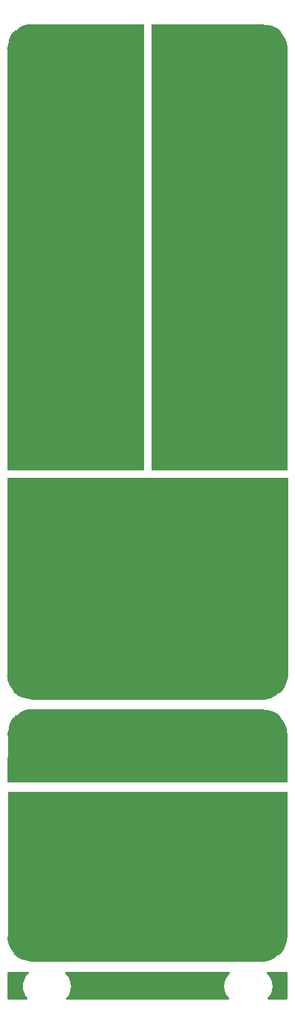
<source format=gbr>
G04 #@! TF.GenerationSoftware,KiCad,Pcbnew,(5.1.4)-1*
G04 #@! TF.CreationDate,2019-11-26T14:43:03+00:00*
G04 #@! TF.ProjectId,MidiMonger_panel,4d696469-4d6f-46e6-9765-725f70616e65,rev?*
G04 #@! TF.SameCoordinates,Original*
G04 #@! TF.FileFunction,Copper,L1,Top*
G04 #@! TF.FilePolarity,Positive*
%FSLAX46Y46*%
G04 Gerber Fmt 4.6, Leading zero omitted, Abs format (unit mm)*
G04 Created by KiCad (PCBNEW (5.1.4)-1) date 2019-11-26 14:43:03*
%MOMM*%
%LPD*%
G04 APERTURE LIST*
%ADD10C,5.000000*%
%ADD11C,0.100000*%
%ADD12C,0.254000*%
G04 APERTURE END LIST*
D10*
X131100000Y-117450000D02*
G75*
G03X131100000Y-117450000I-499859J0D01*
G01*
X101949859Y-117450141D02*
G75*
G03X101949859Y-117450141I-499859J0D01*
G01*
X101949718Y-38949859D02*
G75*
G03X101949718Y-38949859I-499859J0D01*
G01*
X131049859Y-38949859D02*
G75*
G03X131049859Y-38949859I-499859J0D01*
G01*
D11*
G36*
X130650000Y-153200000D02*
G01*
X101650000Y-153200000D01*
X101650000Y-144200000D01*
X130650000Y-144200000D01*
X130650000Y-153200000D01*
G37*
X130650000Y-153200000D02*
X101650000Y-153200000D01*
X101650000Y-144200000D01*
X130650000Y-144200000D01*
X130650000Y-153200000D01*
G36*
X133450000Y-150250000D02*
G01*
X98550000Y-150250000D01*
X98550000Y-132050000D01*
X133450000Y-132050000D01*
X133450000Y-150250000D01*
G37*
X133450000Y-150250000D02*
X98550000Y-150250000D01*
X98550000Y-132050000D01*
X133450000Y-132050000D01*
X133450000Y-150250000D01*
D10*
X101999718Y-150249859D02*
G75*
G03X101999718Y-150249859I-499859J0D01*
G01*
X130999859Y-150249859D02*
G75*
G03X130999859Y-150249859I-499859J0D01*
G01*
D11*
G36*
X133450000Y-130700000D02*
G01*
X98500000Y-130700000D01*
X98550000Y-124650000D01*
X133450000Y-124650000D01*
X133450000Y-130700000D01*
G37*
X133450000Y-130700000D02*
X98500000Y-130700000D01*
X98550000Y-124650000D01*
X133450000Y-124650000D01*
X133450000Y-130700000D01*
G36*
X130500000Y-130700000D02*
G01*
X101500000Y-130700000D01*
X101500000Y-121700000D01*
X130500000Y-121700000D01*
X130500000Y-130700000D01*
G37*
X130500000Y-130700000D02*
X101500000Y-130700000D01*
X101500000Y-121700000D01*
X130500000Y-121700000D01*
X130500000Y-130700000D01*
D10*
X130999859Y-124649859D02*
G75*
G03X130999859Y-124649859I-499859J0D01*
G01*
X101999718Y-124649859D02*
G75*
G03X101999718Y-124649859I-499859J0D01*
G01*
D11*
G36*
X133550000Y-117650000D02*
G01*
X98500000Y-117700000D01*
X98500000Y-92750000D01*
X133550000Y-92750000D01*
X133550000Y-117650000D01*
G37*
X133550000Y-117650000D02*
X98500000Y-117700000D01*
X98500000Y-92750000D01*
X133550000Y-92750000D01*
X133550000Y-117650000D01*
G36*
X130800000Y-106350000D02*
G01*
X130800000Y-120400000D01*
X101450000Y-120400000D01*
X101450000Y-106300000D01*
X130800000Y-106350000D01*
G37*
X130800000Y-106350000D02*
X130800000Y-120400000D01*
X101450000Y-120400000D01*
X101450000Y-106300000D01*
X130800000Y-106350000D01*
G36*
X133500000Y-91700000D02*
G01*
X116500000Y-91700000D01*
X116500000Y-39100000D01*
X133500000Y-39050000D01*
X133500000Y-91700000D01*
G37*
X133500000Y-91700000D02*
X116500000Y-91700000D01*
X116500000Y-39100000D01*
X133500000Y-39050000D01*
X133500000Y-91700000D01*
G36*
X130450000Y-46000000D02*
G01*
X116500000Y-46000000D01*
X116500000Y-36000000D01*
X130450000Y-36000000D01*
X130450000Y-46000000D01*
G37*
X130450000Y-46000000D02*
X116500000Y-46000000D01*
X116500000Y-36000000D01*
X130450000Y-36000000D01*
X130450000Y-46000000D01*
G36*
X115500000Y-91700000D02*
G01*
X98500000Y-91700000D01*
X98500000Y-39050000D01*
X115500000Y-39050000D01*
X115500000Y-91700000D01*
G37*
X115500000Y-91700000D02*
X98500000Y-91700000D01*
X98500000Y-39050000D01*
X115500000Y-39050000D01*
X115500000Y-91700000D01*
G36*
X115500000Y-46000000D02*
G01*
X101350000Y-46000000D01*
X101350000Y-36000000D01*
X115500000Y-36000000D01*
X115500000Y-46000000D01*
G37*
X115500000Y-46000000D02*
X101350000Y-46000000D01*
X101350000Y-36000000D01*
X115500000Y-36000000D01*
X115500000Y-46000000D01*
D12*
G36*
X100911970Y-154711970D02*
G01*
X100632674Y-155052293D01*
X100425138Y-155440564D01*
X100297339Y-155861863D01*
X100254186Y-156300000D01*
X100297339Y-156738137D01*
X100425138Y-157159436D01*
X100632674Y-157547707D01*
X100899635Y-157873000D01*
X98627000Y-157873000D01*
X98627000Y-154627000D01*
X101015506Y-154627000D01*
X100911970Y-154711970D01*
X100911970Y-154711970D01*
G37*
X100911970Y-154711970D02*
X100632674Y-155052293D01*
X100425138Y-155440564D01*
X100297339Y-155861863D01*
X100254186Y-156300000D01*
X100297339Y-156738137D01*
X100425138Y-157159436D01*
X100632674Y-157547707D01*
X100899635Y-157873000D01*
X98627000Y-157873000D01*
X98627000Y-154627000D01*
X101015506Y-154627000D01*
X100911970Y-154711970D01*
G36*
X126111970Y-154711970D02*
G01*
X125832674Y-155052293D01*
X125625138Y-155440564D01*
X125497339Y-155861863D01*
X125454186Y-156300000D01*
X125497339Y-156738137D01*
X125625138Y-157159436D01*
X125832674Y-157547707D01*
X126099635Y-157873000D01*
X105900365Y-157873000D01*
X106167326Y-157547707D01*
X106374862Y-157159436D01*
X106502661Y-156738137D01*
X106545814Y-156300000D01*
X106502661Y-155861863D01*
X106374862Y-155440564D01*
X106167326Y-155052293D01*
X105888030Y-154711970D01*
X105784494Y-154627000D01*
X126215506Y-154627000D01*
X126111970Y-154711970D01*
X126111970Y-154711970D01*
G37*
X126111970Y-154711970D02*
X125832674Y-155052293D01*
X125625138Y-155440564D01*
X125497339Y-155861863D01*
X125454186Y-156300000D01*
X125497339Y-156738137D01*
X125625138Y-157159436D01*
X125832674Y-157547707D01*
X126099635Y-157873000D01*
X105900365Y-157873000D01*
X106167326Y-157547707D01*
X106374862Y-157159436D01*
X106502661Y-156738137D01*
X106545814Y-156300000D01*
X106502661Y-155861863D01*
X106374862Y-155440564D01*
X106167326Y-155052293D01*
X105888030Y-154711970D01*
X105784494Y-154627000D01*
X126215506Y-154627000D01*
X126111970Y-154711970D01*
G36*
X133373000Y-157873000D02*
G01*
X131100365Y-157873000D01*
X131367326Y-157547707D01*
X131574862Y-157159436D01*
X131702661Y-156738137D01*
X131745814Y-156300000D01*
X131702661Y-155861863D01*
X131574862Y-155440564D01*
X131367326Y-155052293D01*
X131088030Y-154711970D01*
X130984494Y-154627000D01*
X133373000Y-154627000D01*
X133373000Y-157873000D01*
X133373000Y-157873000D01*
G37*
X133373000Y-157873000D02*
X131100365Y-157873000D01*
X131367326Y-157547707D01*
X131574862Y-157159436D01*
X131702661Y-156738137D01*
X131745814Y-156300000D01*
X131702661Y-155861863D01*
X131574862Y-155440564D01*
X131367326Y-155052293D01*
X131088030Y-154711970D01*
X130984494Y-154627000D01*
X133373000Y-154627000D01*
X133373000Y-157873000D01*
M02*

</source>
